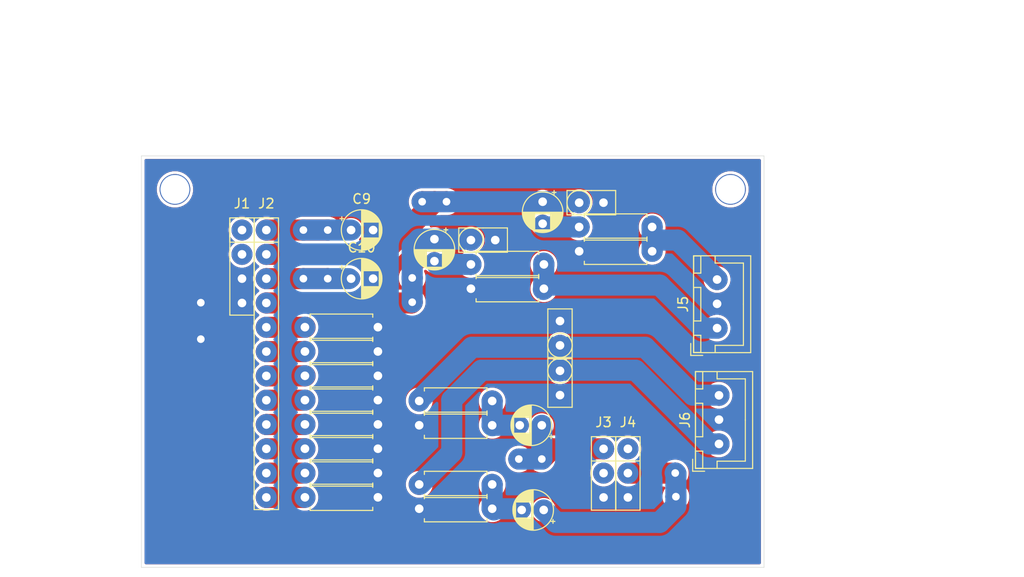
<source format=kicad_pcb>
(kicad_pcb (version 20171130) (host pcbnew "(5.1.6)-1")
  (layers (0 F.Cu signal) (31 B.Cu signal) (34 B.Paste user hide) (35 F.Paste user hide) (36 B.SilkS user hide) (37 F.SilkS user) (38 B.Mask user) (39 F.Mask user) (44 Edge.Cuts user))
  (net 0 "")
  (net 1 AOUT1+)
  (net 2 "Net-(C1-Pad2)")
  (net 3 ADC_FB1+)
  (net 4 "Net-(C2-Pad2)")
  (net 5 AGND)
  (net 6 OUT1)
  (net 7 "Net-(C5-Pad2)")
  (net 8 AOUT2+)
  (net 9 "Net-(C6-Pad2)")
  (net 10 ADC_FB2+)
  (net 11 OUT2)
  (net 12 ADC_FB1-)
  (net 13 ADC_FB2-)
  (net 14 "Net-(J1-Pad1)")
  (net 15 "Net-(J1-Pad2)")
  (net 16 ADC_FB3-)
  (net 17 ADC_FB3+)
  (net 18 ADC_FB4-)
  (net 19 ADC_FB4+)
  (net 20 ADC_FB5-)
  (net 21 ADC_FB5+)
  (net 22 ADC_FB6-)
  (net 23 ADC_FB6+)
  (net 24 "Net-(J3-Pad2)")
  (net 25 "Net-(J4-Pad1)")
  (net 26 IN2)
  (net 27 IN1)
  (module 0_my_footprints:myMountingHole_3.2mm_M3 (layer F.Cu) (at 3.5 -39.5)
    (fp_text reference REF**)
    (fp_text value myMountingHole_3.2mm_M3)
    (pad "" np_thru_hole circle (at 0 0) (size 3.2 3.2) (drill 3) (layers *.Cu *.Mask))
  )
  (module 0_my_footprints:myMountingHole_3.2mm_M3 (layer F.Cu) (at 61.5 -39.5)
    (fp_text reference REF**)
    (fp_text value myMountingHole_3.2mm_M3)
    (pad "" np_thru_hole circle (at 0 0) (size 3.2 3.2) (drill 3) (layers *.Cu *.Mask))
  )
  (module 0_my_footprints:CP_my10uf (layer F.Cu) (at 41.7 -14.85 180)
    (fp_text reference C1)
    (fp_text value 10u)
    (pad 1 thru_hole circle (at -0.1 0 180) (size 1.9 1.9) (drill 0.9) (layers *.Cu *.Mask) (net 1 AOUT1+))
    (pad 2 thru_hole circle (at 2.2 0 180) (size 1.9 1.9) (drill 0.9) (layers *.Cu *.Mask) (net 2 "Net-(C1-Pad2)"))
  )
  (module 0_my_footprints:CP_my10uf (layer F.Cu) (at 41.89 -38.11 270)
    (fp_text reference C2)
    (fp_text value 10u)
    (pad 1 thru_hole circle (at -0.1 0 270) (size 1.9 1.9) (drill 0.9) (layers *.Cu *.Mask) (net 3 ADC_FB1+))
    (pad 2 thru_hole circle (at 2.2 0 270) (size 1.9 1.9) (drill 0.9) (layers *.Cu *.Mask) (net 4 "Net-(C2-Pad2)"))
  )
  (module cnc3018-PCB:my2pin (layer F.Cu) (at 45.7 -38.11)
    (fp_text reference C3)
    (fp_text value 2.7n)
    (pad 1 thru_hole circle (at 0 0) (size 2.2 2.2) (drill 0.9) (layers *.Cu *.Mask) (net 3 ADC_FB1+))
    (pad 2 thru_hole circle (at 2.54 0) (size 2.2 2.2) (drill 0.9) (layers *.Cu *.Mask) (net 5 AGND))
  )
  (module cnc3018-PCB:my2pin (layer F.Cu) (at 43.7 -23.2 90)
    (fp_text reference C4)
    (fp_text value 1.5n)
    (pad 1 thru_hole circle (at 0 0 90) (size 2.2 2.2) (drill 0.9) (layers *.Cu *.Mask) (net 6 OUT1))
    (pad 2 thru_hole circle (at 2.54 0 90) (size 2.2 2.2) (drill 0.9) (layers *.Cu *.Mask) (net 5 AGND))
  )
  (module 0_my_footprints:CP_my10uf (layer F.Cu) (at 41.9 -6 180)
    (fp_text reference C5)
    (fp_text value 10u)
    (pad 2 thru_hole circle (at 2.2 0 180) (size 1.9 1.9) (drill 0.9) (layers *.Cu *.Mask) (net 7 "Net-(C5-Pad2)"))
    (pad 1 thru_hole circle (at -0.1 0 180) (size 1.9 1.9) (drill 0.9) (layers *.Cu *.Mask) (net 8 AOUT2+))
  )
  (module 0_my_footprints:CP_my10uf (layer F.Cu) (at 30.59 -34.2 270)
    (fp_text reference C6)
    (fp_text value 10u)
    (pad 2 thru_hole circle (at 2.2 0 270) (size 1.9 1.9) (drill 0.9) (layers *.Cu *.Mask) (net 9 "Net-(C6-Pad2)"))
    (pad 1 thru_hole circle (at -0.1 0 270) (size 1.9 1.9) (drill 0.9) (layers *.Cu *.Mask) (net 10 ADC_FB2+))
  )
  (module cnc3018-PCB:my2pin (layer F.Cu) (at 34.4 -34.2)
    (fp_text reference C7)
    (fp_text value 2.7n)
    (pad 2 thru_hole circle (at 2.54 0) (size 2.2 2.2) (drill 0.9) (layers *.Cu *.Mask) (net 5 AGND))
    (pad 1 thru_hole circle (at 0 0) (size 2.2 2.2) (drill 0.9) (layers *.Cu *.Mask) (net 10 ADC_FB2+))
  )
  (module cnc3018-PCB:my2pin (layer F.Cu) (at 43.7 -20.54 270)
    (fp_text reference C8)
    (fp_text value 1.5n)
    (pad 2 thru_hole circle (at 2.54 0 270) (size 2.2 2.2) (drill 0.9) (layers *.Cu *.Mask) (net 5 AGND))
    (pad 1 thru_hole circle (at 0 0 270) (size 2.2 2.2) (drill 0.9) (layers *.Cu *.Mask) (net 11 OUT2))
  )
  (module 0_my_footprints:myResistor (layer F.Cu) (at 29 -17.39)
    (fp_text reference R1 hide)
    (fp_text value 562)
    (pad 1 thru_hole circle (at 0 0) (size 2.2 2.2) (drill 0.9) (layers *.Cu *.Mask) (net 6 OUT1))
    (pad 2 thru_hole circle (at 7.62 0) (size 2.2 2.2) (drill 0.9) (layers *.Cu *.Mask) (net 2 "Net-(C1-Pad2)"))
  )
  (module 0_my_footprints:myResistor (layer F.Cu) (at 53.32 -35.57 180)
    (fp_text reference R2 hide)
    (fp_text value 150)
    (pad 1 thru_hole circle (at 0 0 180) (size 2.2 2.2) (drill 0.9) (layers *.Cu *.Mask) (net 27 IN1))
    (pad 2 thru_hole circle (at 7.62 0 180) (size 2.2 2.2) (drill 0.9) (layers *.Cu *.Mask) (net 4 "Net-(C2-Pad2)"))
  )
  (module 0_my_footprints:myResistor (layer F.Cu) (at 53.32 -33.03 180)
    (fp_text reference R3 hide)
    (fp_text value 100K)
    (pad 2 thru_hole circle (at 7.62 0 180) (size 2.2 2.2) (drill 0.9) (layers *.Cu *.Mask) (net 5 AGND))
    (pad 1 thru_hole circle (at 0 0 180) (size 2.2 2.2) (drill 0.9) (layers *.Cu *.Mask) (net 27 IN1))
  )
  (module 0_my_footprints:myResistor (layer F.Cu) (at 36.62 -14.85 180)
    (fp_text reference R4 hide)
    (fp_text value 10K)
    (pad 2 thru_hole circle (at 7.62 0 180) (size 2.2 2.2) (drill 0.9) (layers *.Cu *.Mask) (net 5 AGND))
    (pad 1 thru_hole circle (at 0 0 180) (size 2.2 2.2) (drill 0.9) (layers *.Cu *.Mask) (net 2 "Net-(C1-Pad2)"))
  )
  (module 0_my_footprints:myResistor (layer F.Cu) (at 29 -8.67)
    (fp_text reference R5 hide)
    (fp_text value 562)
    (pad 1 thru_hole circle (at 0 0) (size 2.2 2.2) (drill 0.9) (layers *.Cu *.Mask) (net 11 OUT2))
    (pad 2 thru_hole circle (at 7.62 0) (size 2.2 2.2) (drill 0.9) (layers *.Cu *.Mask) (net 7 "Net-(C5-Pad2)"))
  )
  (module 0_my_footprints:myResistor (layer F.Cu) (at 42.02 -31.66 180)
    (fp_text reference R6 hide)
    (fp_text value 150)
    (pad 2 thru_hole circle (at 7.62 0 180) (size 2.2 2.2) (drill 0.9) (layers *.Cu *.Mask) (net 9 "Net-(C6-Pad2)"))
    (pad 1 thru_hole circle (at 0 0 180) (size 2.2 2.2) (drill 0.9) (layers *.Cu *.Mask) (net 26 IN2))
  )
  (module 0_my_footprints:myResistor (layer F.Cu) (at 42.02 -29.12 180)
    (fp_text reference R7 hide)
    (fp_text value 100K)
    (pad 1 thru_hole circle (at 0 0 180) (size 2.2 2.2) (drill 0.9) (layers *.Cu *.Mask) (net 26 IN2))
    (pad 2 thru_hole circle (at 7.62 0 180) (size 2.2 2.2) (drill 0.9) (layers *.Cu *.Mask) (net 5 AGND))
  )
  (module 0_my_footprints:myResistor (layer F.Cu) (at 36.62 -6.13 180)
    (fp_text reference R8 hide)
    (fp_text value 10K)
    (pad 2 thru_hole circle (at 7.62 0 180) (size 2.2 2.2) (drill 0.9) (layers *.Cu *.Mask) (net 5 AGND))
    (pad 1 thru_hole circle (at 0 0 180) (size 2.2 2.2) (drill 0.9) (layers *.Cu *.Mask) (net 7 "Net-(C5-Pad2)"))
  )
  (module 0_my_footprints:myResistor (layer F.Cu) (at 24.69 -25.1 180)
    (fp_text reference R9 hide)
    (fp_text value 10K)
    (pad 1 thru_hole circle (at 0 0 180) (size 2.2 2.2) (drill 0.9) (layers *.Cu *.Mask) (net 5 AGND))
    (pad 2 thru_hole circle (at 7.62 0 180) (size 2.2 2.2) (drill 0.9) (layers *.Cu *.Mask) (net 16 ADC_FB3-))
  )
  (module 0_my_footprints:myResistor (layer F.Cu) (at 24.69 -22.56 180)
    (fp_text reference R10 hide)
    (fp_text value 10K)
    (pad 2 thru_hole circle (at 7.62 0 180) (size 2.2 2.2) (drill 0.9) (layers *.Cu *.Mask) (net 17 ADC_FB3+))
    (pad 1 thru_hole circle (at 0 0 180) (size 2.2 2.2) (drill 0.9) (layers *.Cu *.Mask) (net 5 AGND))
  )
  (module 0_my_footprints:myResistor (layer F.Cu) (at 24.69 -20.02 180)
    (fp_text reference R11 hide)
    (fp_text value 10K)
    (pad 1 thru_hole circle (at 0 0 180) (size 2.2 2.2) (drill 0.9) (layers *.Cu *.Mask) (net 5 AGND))
    (pad 2 thru_hole circle (at 7.62 0 180) (size 2.2 2.2) (drill 0.9) (layers *.Cu *.Mask) (net 18 ADC_FB4-))
  )
  (module 0_my_footprints:myResistor (layer F.Cu) (at 24.69 -17.48 180)
    (fp_text reference R12 hide)
    (fp_text value 10K)
    (pad 2 thru_hole circle (at 7.62 0 180) (size 2.2 2.2) (drill 0.9) (layers *.Cu *.Mask) (net 19 ADC_FB4+))
    (pad 1 thru_hole circle (at 0 0 180) (size 2.2 2.2) (drill 0.9) (layers *.Cu *.Mask) (net 5 AGND))
  )
  (module 0_my_footprints:myResistor (layer F.Cu) (at 24.69 -14.94 180)
    (fp_text reference R13 hide)
    (fp_text value 10K)
    (pad 1 thru_hole circle (at 0 0 180) (size 2.2 2.2) (drill 0.9) (layers *.Cu *.Mask) (net 5 AGND))
    (pad 2 thru_hole circle (at 7.62 0 180) (size 2.2 2.2) (drill 0.9) (layers *.Cu *.Mask) (net 20 ADC_FB5-))
  )
  (module 0_my_footprints:myResistor (layer F.Cu) (at 24.69 -12.4 180)
    (fp_text reference R14 hide)
    (fp_text value 10K)
    (pad 2 thru_hole circle (at 7.62 0 180) (size 2.2 2.2) (drill 0.9) (layers *.Cu *.Mask) (net 21 ADC_FB5+))
    (pad 1 thru_hole circle (at 0 0 180) (size 2.2 2.2) (drill 0.9) (layers *.Cu *.Mask) (net 5 AGND))
  )
  (module 0_my_footprints:myResistor (layer F.Cu) (at 24.69 -9.86 180)
    (fp_text reference R15 hide)
    (fp_text value 10K)
    (pad 2 thru_hole circle (at 7.62 0 180) (size 2.2 2.2) (drill 0.9) (layers *.Cu *.Mask) (net 22 ADC_FB6-))
    (pad 1 thru_hole circle (at 0 0 180) (size 2.2 2.2) (drill 0.9) (layers *.Cu *.Mask) (net 5 AGND))
  )
  (module 0_my_footprints:myResistor (layer F.Cu) (at 24.69 -7.32 180)
    (fp_text reference R16 hide)
    (fp_text value 10K)
    (pad 1 thru_hole circle (at 0 0 180) (size 2.2 2.2) (drill 0.9) (layers *.Cu *.Mask) (net 5 AGND))
    (pad 2 thru_hole circle (at 7.62 0 180) (size 2.2 2.2) (drill 0.9) (layers *.Cu *.Mask) (net 23 ADC_FB6+))
  )
  (module 0_my_footprints:CP_my10uf (layer F.Cu) (at 21.99 -35.25)
    (fp_text reference C9 (at 1 -3.25) (layer F.SilkS))
    (fp_text value 10u)
    (pad 2 thru_hole circle (at 2.2 0) (size 1.9 1.9) (drill 0.9) (layers *.Cu *.Mask) (net 5 AGND))
    (pad 1 thru_hole circle (at -0.1 0) (size 1.9 1.9) (drill 0.9) (layers *.Cu *.Mask) (net 12 ADC_FB1-))
  )
  (module 0_my_footprints:CP_my10uf (layer F.Cu) (at 21.99 -30.17)
    (fp_text reference C10 (at 1 -3.25) (layer F.SilkS))
    (fp_text value 10u)
    (pad 1 thru_hole circle (at -0.1 0) (size 1.9 1.9) (drill 0.9) (layers *.Cu *.Mask) (net 13 ADC_FB2-))
    (pad 2 thru_hole circle (at 2.2 0) (size 1.9 1.9) (drill 0.9) (layers *.Cu *.Mask) (net 5 AGND))
  )
  (module 0_my_footprints:invPinSocket_1x04 (layer F.Cu) (at 10.5 -35.25)
    (fp_text reference J1 (at 0 -2.77) (layer F.SilkS))
    (fp_text value AIN1)
    (pad 1 thru_hole circle (at 0 0) (size 2.2 2.2) (drill 0.9) (layers *.Cu *.Mask) (net 14 "Net-(J1-Pad1)"))
    (pad 2 thru_hole circle (at 0 2.54) (size 2.2 2.2) (drill 0.9) (layers *.Cu *.Mask) (net 15 "Net-(J1-Pad2)"))
    (pad 3 thru_hole circle (at 0 5.08) (size 2.2 2.2) (drill 0.9) (layers *.Cu *.Mask) (net 5 AGND))
    (pad 4 thru_hole circle (at 0 7.62) (size 2.2 2.2) (drill 0.9) (layers *.Cu *.Mask) (net 5 AGND))
  )
  (module 0_my_footprints:invPinSocket_1x12 (layer F.Cu) (at 13.04 -35.25)
    (fp_text reference J2 (at 0 -2.77) (layer F.SilkS))
    (fp_text value AIN2)
    (pad 1 thru_hole circle (at 0 0) (size 2.2 2.2) (drill 0.9) (layers *.Cu *.Mask) (net 12 ADC_FB1-))
    (pad 2 thru_hole circle (at 0 2.54) (size 2.2 2.2) (drill 0.9) (layers *.Cu *.Mask) (net 3 ADC_FB1+))
    (pad 3 thru_hole circle (at 0 5.08) (size 2.2 2.2) (drill 0.9) (layers *.Cu *.Mask) (net 13 ADC_FB2-))
    (pad 4 thru_hole circle (at 0 7.62) (size 2.2 2.2) (drill 0.9) (layers *.Cu *.Mask) (net 10 ADC_FB2+))
    (pad 5 thru_hole circle (at 0 10.16) (size 2.2 2.2) (drill 0.9) (layers *.Cu *.Mask) (net 16 ADC_FB3-))
    (pad 6 thru_hole circle (at 0 12.7) (size 2.2 2.2) (drill 0.9) (layers *.Cu *.Mask) (net 17 ADC_FB3+))
    (pad 7 thru_hole circle (at 0 15.24) (size 2.2 2.2) (drill 0.9) (layers *.Cu *.Mask) (net 18 ADC_FB4-))
    (pad 8 thru_hole circle (at 0 17.78) (size 2.2 2.2) (drill 0.9) (layers *.Cu *.Mask) (net 19 ADC_FB4+))
    (pad 9 thru_hole circle (at 0 20.32) (size 2.2 2.2) (drill 0.9) (layers *.Cu *.Mask) (net 20 ADC_FB5-))
    (pad 10 thru_hole circle (at 0 22.86) (size 2.2 2.2) (drill 0.9) (layers *.Cu *.Mask) (net 21 ADC_FB5+))
    (pad 11 thru_hole circle (at 0 25.4) (size 2.2 2.2) (drill 0.9) (layers *.Cu *.Mask) (net 22 ADC_FB6-))
    (pad 12 thru_hole circle (at 0 27.94) (size 2.2 2.2) (drill 0.9) (layers *.Cu *.Mask) (net 23 ADC_FB6+))
  )
  (module 0_my_footprints:invPinSocket_1x03 (layer F.Cu) (at 48.25 -12.39)
    (fp_text reference J3 (at 0 -2.77) (layer F.SilkS))
    (fp_text value AOUT1)
    (pad 3 thru_hole circle (at 0 5.08) (size 2.2 2.2) (drill 0.9) (layers *.Cu *.Mask) (net 5 AGND))
    (pad 2 thru_hole circle (at 0 2.54) (size 2.2 2.2) (drill 0.9) (layers *.Cu *.Mask) (net 24 "Net-(J3-Pad2)"))
    (pad 1 thru_hole circle (at 0 0) (size 2.2 2.2) (drill 0.9) (layers *.Cu *.Mask) (net 1 AOUT1+))
  )
  (module 0_my_footprints:invPinSocket_1x03 (layer F.Cu) (at 50.79 -12.39)
    (fp_text reference J4 (at 0 -2.77) (layer F.SilkS))
    (fp_text value AOUT2)
    (pad 1 thru_hole circle (at 0 0) (size 2.2 2.2) (drill 0.9) (layers *.Cu *.Mask) (net 25 "Net-(J4-Pad1)"))
    (pad 2 thru_hole circle (at 0 2.54) (size 2.2 2.2) (drill 0.9) (layers *.Cu *.Mask) (net 8 AOUT2+))
    (pad 3 thru_hole circle (at 0 5.08) (size 2.2 2.2) (drill 0.9) (layers *.Cu *.Mask) (net 5 AGND))
  )
  (module 0_my_footprints:myJSTx03 (layer F.Cu) (at 60.1 -25 90)
    (fp_text reference J5 (at 2.5 -3.55 90) (layer F.SilkS))
    (fp_text value IN)
    (pad 3 thru_hole circle (at 5.08 0 90) (size 2.2 2.2) (drill 0.9) (layers *.Cu *.Mask) (net 27 IN1))
    (pad 2 thru_hole circle (at 2.54 0 90) (size 2.2 2.2) (drill 0.9) (layers *.Cu *.Mask) (net 5 AGND))
    (pad 1 thru_hole circle (at 0 0 90) (size 2.2 2.2) (drill 0.9) (layers *.Cu *.Mask) (net 26 IN2))
  )
  (module 0_my_footprints:myJSTx03 (layer F.Cu) (at 60.3 -12.9 90)
    (fp_text reference J6 (at 2.5 -3.55 90) (layer F.SilkS))
    (fp_text value OUT)
    (pad 1 thru_hole circle (at 0 0 90) (size 2.2 2.2) (drill 0.9) (layers *.Cu *.Mask) (net 11 OUT2))
    (pad 2 thru_hole circle (at 2.54 0 90) (size 2.2 2.2) (drill 0.9) (layers *.Cu *.Mask) (net 5 AGND))
    (pad 3 thru_hole circle (at 5.08 0 90) (size 2.2 2.2) (drill 0.9) (layers *.Cu *.Mask) (net 6 OUT1))
  )
  (gr_line (start 0 0) (end 0 -43) (layer Edge.Cuts) (width 0.05))
  (gr_line (start 65 0) (end 0 0) (layer Edge.Cuts) (width 0.05))
  (gr_line (start 65 -43) (end 65 0) (layer Edge.Cuts) (width 0.05))
  (gr_line (start 65 -43) (end 0 -43) (layer Edge.Cuts) (width 0.05))
  (via (at 39.4 -11.32) (size 2.2) (drill 0.8) (layers F.Cu B.Cu) (net 1))
  (via (at 41.8 -11.32) (size 2.2) (drill 0.8) (layers F.Cu B.Cu) (net 1))
  (segment (start 42.87 -12.39) (end 41.8 -11.32) (width 2.2) (layer F.Cu) (net 1))
  (segment (start 48.25 -12.39) (end 42.87 -12.39) (width 2.2) (layer F.Cu) (net 1))
  (segment (start 41.8 -14.85) (end 41.8 -11.32) (width 2.2) (layer B.Cu) (net 1))
  (segment (start 41.8 -11.32) (end 39.4 -11.32) (width 2.2) (layer B.Cu) (net 1))
  (segment (start 36.62 -17.39) (end 36.62 -14.82) (width 2.2) (layer B.Cu) (net 2))
  (segment (start 36.62 -14.82) (end 36.64 -14.8) (width 2.2) (layer B.Cu) (net 2))
  (segment (start 36.62 -14.85) (end 39.05 -14.85) (width 2.2) (layer B.Cu) (net 2))
  (via (at 29.31 -38.21) (size 2.2) (drill 0.8) (layers F.Cu B.Cu) (net 3))
  (via (at 31.85 -38.21) (size 2.2) (drill 0.8) (layers F.Cu B.Cu) (net 3))
  (segment (start 25.1 -32.7) (end 30.61 -38.21) (width 2.2) (layer F.Cu) (net 3))
  (segment (start 29.31 -38.21) (end 30.61 -38.21) (width 2.2) (layer F.Cu) (net 3))
  (segment (start 13.04 -32.71) (end 19.51 -32.71) (width 2.2) (layer F.Cu) (net 3))
  (segment (start 30.61 -38.21) (end 31.85 -38.21) (width 2.2) (layer F.Cu) (net 3))
  (segment (start 19.51 -32.71) (end 19.52 -32.7) (width 2.2) (layer F.Cu) (net 3))
  (segment (start 19.52 -32.7) (end 25.1 -32.7) (width 2.2) (layer F.Cu) (net 3))
  (segment (start 29.31 -38.21) (end 45.729999 -38.21) (width 2.2) (layer B.Cu) (net 3))
  (segment (start 45.7 -35.57) (end 42.03 -35.57) (width 2.2) (layer B.Cu) (net 4))
  (segment (start 42.03 -35.57) (end 42 -35.6) (width 2.2) (layer B.Cu) (net 4))
  (via (at 6.2 -27.66) (size 2.2) (drill 0.8) (layers F.Cu B.Cu) (net 5))
  (via (at 6.2 -23.85) (size 2.2) (drill 0.8) (layers F.Cu B.Cu) (net 5))
  (segment (start 29 -17.39) (end 29 -17.494126) (width 2.2) (layer B.Cu) (net 6))
  (segment (start 29 -17.494126) (end 34.505884 -23.00001) (width 2.2) (layer B.Cu) (net 6))
  (segment (start 34.505884 -23.00001) (end 52.582115 -23.000009) (width 2.2) (layer B.Cu) (net 6))
  (segment (start 52.582115 -23.000009) (end 57.582124 -18) (width 2.2) (layer B.Cu) (net 6))
  (segment (start 57.582124 -18) (end 60.3 -18) (width 2.2) (layer B.Cu) (net 6))
  (segment (start 36.62 -8.67) (end 36.62 -6.18) (width 2.2) (layer B.Cu) (net 7))
  (segment (start 36.62 -6.18) (end 36.8 -6) (width 2.2) (layer B.Cu) (net 7))
  (segment (start 36.62 -6.13) (end 39.57 -6.13) (width 2.2) (layer B.Cu) (net 7))
  (via (at 55.8 -7.39) (size 2.2) (drill 0.8) (layers F.Cu B.Cu) (net 8))
  (via (at 55.73 -9.86) (size 2.2) (drill 0.8) (layers F.Cu B.Cu) (net 8))
  (segment (start 55.72 -9.85) (end 55.73 -9.86) (width 2.2) (layer F.Cu) (net 8))
  (segment (start 50.79 -9.85) (end 55.72 -9.85) (width 2.2) (layer F.Cu) (net 8))
  (segment (start 42 -6) (end 43.090001 -4.909999) (width 2.2) (layer B.Cu) (net 8))
  (segment (start 55.8 -9.79) (end 55.73 -9.86) (width 2.2) (layer B.Cu) (net 8))
  (segment (start 55.8 -7.39) (end 55.8 -9.79) (width 2.2) (layer B.Cu) (net 8))
  (segment (start 55.8 -6.4) (end 55.8 -7.39) (width 2.2) (layer B.Cu) (net 8))
  (segment (start 43.270002 -4.7) (end 54.1 -4.7) (width 2.2) (layer B.Cu) (net 8))
  (segment (start 54.1 -4.7) (end 55.8 -6.4) (width 2.2) (layer B.Cu) (net 8))
  (segment (start 34.4 -31.66) (end 30.86 -31.66) (width 2.2) (layer B.Cu) (net 9))
  (via (at 28.27 -27.71) (size 2.2) (drill 0.8) (layers F.Cu B.Cu) (net 10))
  (via (at 28.27 -30.25) (size 2.2) (drill 0.8) (layers F.Cu B.Cu) (net 10))
  (segment (start 28.19 -27.63) (end 28.27 -27.71) (width 2.2) (layer F.Cu) (net 10))
  (segment (start 13.04 -27.63) (end 28.19 -27.63) (width 2.2) (layer F.Cu) (net 10))
  (segment (start 28.27 -27.71) (end 28.27 -30.25) (width 2.2) (layer B.Cu) (net 10))
  (segment (start 28.27 -30.25) (end 28.27 -33.57) (width 2.2) (layer B.Cu) (net 10))
  (segment (start 28.27 -33.57) (end 29 -34.3) (width 2.2) (layer B.Cu) (net 10))
  (segment (start 29 -34.3) (end 34.5 -34.3) (width 2.2) (layer B.Cu) (net 10))
  (segment (start 59.287998 -12.9) (end 51.587998 -20.6) (width 2.2) (layer B.Cu) (net 11))
  (segment (start 60.3 -12.9) (end 59.287998 -12.9) (width 2.2) (layer B.Cu) (net 11))
  (segment (start 51.587998 -20.6) (end 35.5 -20.6) (width 2.2) (layer B.Cu) (net 11))
  (segment (start 35.5 -20.6) (end 32.4 -17.5) (width 2.2) (layer B.Cu) (net 11))
  (segment (start 32.4 -17.5) (end 32.4 -12) (width 2.2) (layer B.Cu) (net 11))
  (segment (start 32.4 -12) (end 29.1 -8.7) (width 2.2) (layer B.Cu) (net 11))
  (via (at 16.91 -35.25) (size 2.2) (drill 0.8) (layers F.Cu B.Cu) (net 12))
  (via (at 19.45 -35.25) (size 2.2) (drill 0.8) (layers F.Cu B.Cu) (net 12))
  (segment (start 13.04 -35.25) (end 19.45 -35.25) (width 2.2) (layer F.Cu) (net 12))
  (segment (start 16.91 -35.25) (end 21.889999 -35.25) (width 2.2) (layer B.Cu) (net 12))
  (via (at 16.91 -30.17) (size 2.2) (drill 0.8) (layers F.Cu B.Cu) (net 13))
  (via (at 19.45 -30.17) (size 2.2) (drill 0.8) (layers F.Cu B.Cu) (net 13))
  (segment (start 13.04 -30.17) (end 19.45 -30.17) (width 2.2) (layer F.Cu) (net 13))
  (segment (start 16.91 -30.17) (end 21.67 -30.17) (width 2.2) (layer B.Cu) (net 13))
  (segment (start 13.04 -25.09) (end 17.09 -25.09) (width 2.2) (layer F.Cu) (net 16))
  (segment (start 13.04 -22.55) (end 16.95 -22.55) (width 2.2) (layer F.Cu) (net 17))
  (segment (start 13.04 -20.01) (end 17.09 -20.01) (width 2.2) (layer F.Cu) (net 18))
  (segment (start 13.04 -17.47) (end 16.97 -17.47) (width 2.2) (layer F.Cu) (net 19))
  (segment (start 13.04 -14.93) (end 16.77 -14.93) (width 2.2) (layer F.Cu) (net 20))
  (segment (start 13.04 -12.39) (end 16.79 -12.39) (width 2.2) (layer F.Cu) (net 21))
  (segment (start 13.04 -9.85) (end 16.75 -9.85) (width 2.2) (layer F.Cu) (net 22))
  (segment (start 13.04 -7.31) (end 16.89 -7.31) (width 2.2) (layer F.Cu) (net 23))
  (segment (start 54.1 -29.5) (end 42 -29.5) (width 2.2) (layer B.Cu) (net 26))
  (segment (start 41.959999 -29.040001) (end 42 -29.080002) (width 2.2) (layer B.Cu) (net 26))
  (segment (start 42 -29.080002) (end 42 -31.8) (width 2.2) (layer B.Cu) (net 26))
  (segment (start 58.6 -25) (end 54.1 -29.5) (width 2.2) (layer B.Cu) (net 26))
  (segment (start 60.1 -25) (end 58.6 -25) (width 2.2) (layer B.Cu) (net 26))
  (segment (start 60.1 -30.08) (end 55.98 -34.2) (width 2.2) (layer B.Cu) (net 27))
  (segment (start 53.7 -34.2) (end 53.32 -34.58) (width 2.2) (layer B.Cu) (net 27))
  (segment (start 55.98 -34.2) (end 53.7 -34.2) (width 2.2) (layer B.Cu) (net 27))
  (segment (start 53.32 -33.03) (end 53.32 -34.58) (width 2.2) (layer B.Cu) (net 27))
  (segment (start 53.32 -34.58) (end 53.32 -35.68) (width 2.2) (layer B.Cu) (net 27))
  (zone (net 5) (net_name AGND) (layer F.Cu) (connect_pads yes (clearance 0.3)) (min_thickness 0.3) (fill yes (arc_segments 32) (thermal_gap 0.508) (thermal_bridge_width 0.508))
    (polygon (pts (xy -1 -44) (xy 66 -44) (xy 66 1) (xy -1 1)))
  )
  (zone (net 5) (net_name AGND) (layer B.Cu) (connect_pads yes (clearance 0.3)) (min_thickness 0.3) (fill yes (arc_segments 32) (thermal_gap 0.508) (thermal_bridge_width 0.508))
    (polygon (pts (xy -1 -44) (xy 66 -44) (xy 66 1) (xy -1 1)))
  )
)
</source>
